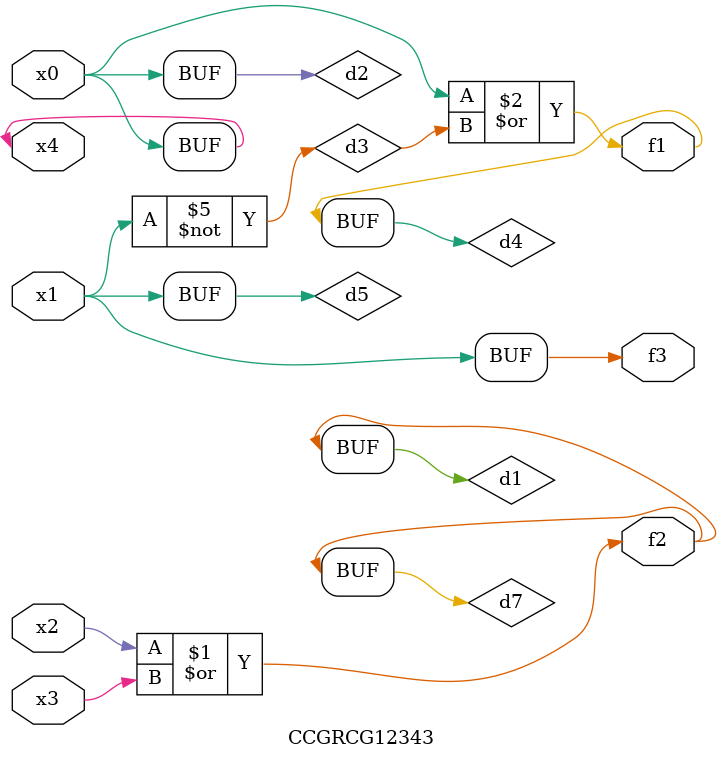
<source format=v>
module CCGRCG12343(
	input x0, x1, x2, x3, x4,
	output f1, f2, f3
);

	wire d1, d2, d3, d4, d5, d6, d7;

	or (d1, x2, x3);
	buf (d2, x0, x4);
	not (d3, x1);
	or (d4, d2, d3);
	not (d5, d3);
	nand (d6, d1, d3);
	or (d7, d1);
	assign f1 = d4;
	assign f2 = d7;
	assign f3 = d5;
endmodule

</source>
